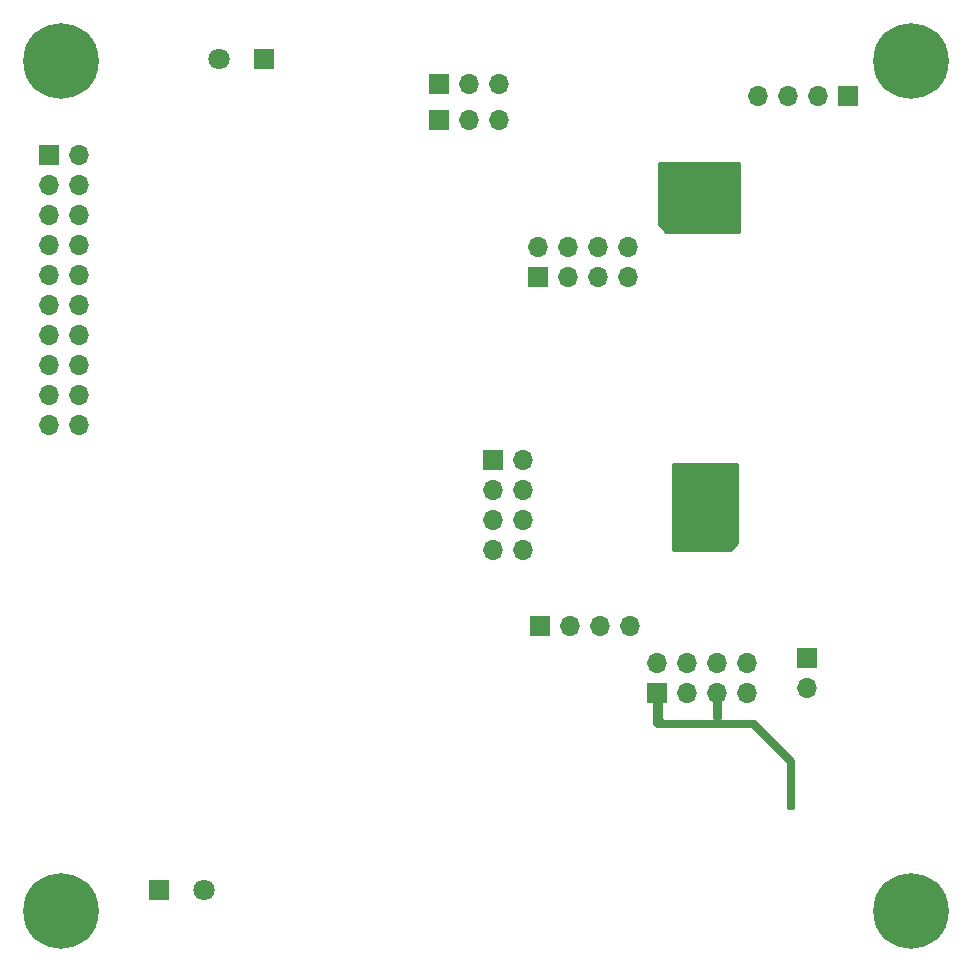
<source format=gbr>
G04 #@! TF.GenerationSoftware,KiCad,Pcbnew,(5.1.12)-1*
G04 #@! TF.CreationDate,2022-01-20T23:42:31+07:00*
G04 #@! TF.ProjectId,Driver_Board,44726976-6572-45f4-926f-6172642e6b69,v.2.0*
G04 #@! TF.SameCoordinates,Original*
G04 #@! TF.FileFunction,Soldermask,Bot*
G04 #@! TF.FilePolarity,Negative*
%FSLAX46Y46*%
G04 Gerber Fmt 4.6, Leading zero omitted, Abs format (unit mm)*
G04 Created by KiCad (PCBNEW (5.1.12)-1) date 2022-01-20 23:42:31*
%MOMM*%
%LPD*%
G01*
G04 APERTURE LIST*
%ADD10O,1.700000X1.700000*%
%ADD11R,1.700000X1.700000*%
%ADD12C,6.400000*%
%ADD13C,0.800000*%
%ADD14C,1.800000*%
%ADD15R,1.800000X1.800000*%
%ADD16C,0.254000*%
%ADD17C,0.100000*%
G04 APERTURE END LIST*
D10*
X172220000Y-111900000D03*
X169680000Y-111900000D03*
X167140000Y-111900000D03*
D11*
X164600000Y-111900000D03*
D12*
X124000000Y-64000000D03*
D13*
X126400000Y-64000000D03*
X125697056Y-65697056D03*
X124000000Y-66400000D03*
X122302944Y-65697056D03*
X121600000Y-64000000D03*
X122302944Y-62302944D03*
X124000000Y-61600000D03*
X125697056Y-62302944D03*
X197697056Y-62302944D03*
X196000000Y-61600000D03*
X194302944Y-62302944D03*
X193600000Y-64000000D03*
X194302944Y-65697056D03*
X196000000Y-66400000D03*
X197697056Y-65697056D03*
X198400000Y-64000000D03*
D12*
X196000000Y-64000000D03*
X196000000Y-136000000D03*
D13*
X198400000Y-136000000D03*
X197697056Y-137697056D03*
X196000000Y-138400000D03*
X194302944Y-137697056D03*
X193600000Y-136000000D03*
X194302944Y-134302944D03*
X196000000Y-133600000D03*
X197697056Y-134302944D03*
X125697056Y-134302944D03*
X124000000Y-133600000D03*
X122302944Y-134302944D03*
X121600000Y-136000000D03*
X122302944Y-137697056D03*
X124000000Y-138400000D03*
X125697056Y-137697056D03*
X126400000Y-136000000D03*
D12*
X124000000Y-136000000D03*
D11*
X123000000Y-72000000D03*
D10*
X125540000Y-72000000D03*
X123000000Y-74540000D03*
X125540000Y-74540000D03*
X123000000Y-77080000D03*
X125540000Y-77080000D03*
X123000000Y-79620000D03*
X125540000Y-79620000D03*
X123000000Y-82160000D03*
X125540000Y-82160000D03*
X123000000Y-84700000D03*
X125540000Y-84700000D03*
X123000000Y-87240000D03*
X125540000Y-87240000D03*
X123000000Y-89780000D03*
X125540000Y-89780000D03*
X123000000Y-92320000D03*
X125540000Y-92320000D03*
X123000000Y-94860000D03*
X125540000Y-94860000D03*
D11*
X187200000Y-114600000D03*
D10*
X187200000Y-117140000D03*
D11*
X156010000Y-66000000D03*
D10*
X158550000Y-66000000D03*
X161090000Y-66000000D03*
X161080000Y-69000000D03*
X158540000Y-69000000D03*
D11*
X156000000Y-69000000D03*
X160560000Y-97820000D03*
D10*
X163100000Y-97820000D03*
X160560000Y-100360000D03*
X163100000Y-100360000D03*
X160560000Y-102900000D03*
X163100000Y-102900000D03*
X160560000Y-105440000D03*
X163100000Y-105440000D03*
D11*
X174500000Y-117500000D03*
D10*
X174500000Y-114960000D03*
X177040000Y-117500000D03*
X177040000Y-114960000D03*
X179580000Y-117500000D03*
X179580000Y-114960000D03*
X182120000Y-117500000D03*
X182120000Y-114960000D03*
X172020000Y-79760000D03*
X172020000Y-82300000D03*
X169480000Y-79760000D03*
X169480000Y-82300000D03*
X166940000Y-79760000D03*
X166940000Y-82300000D03*
X164400000Y-79760000D03*
D11*
X164400000Y-82300000D03*
X190600000Y-67000000D03*
D10*
X188060000Y-67000000D03*
X185520000Y-67000000D03*
X182980000Y-67000000D03*
D14*
X136105000Y-134210000D03*
D15*
X132295000Y-134210000D03*
X141205000Y-63890000D03*
D14*
X137395000Y-63890000D03*
D16*
X174773000Y-119600000D02*
X174775440Y-119624776D01*
X174782667Y-119648601D01*
X174794403Y-119670557D01*
X174810197Y-119689803D01*
X175010197Y-119889803D01*
X175029443Y-119905597D01*
X175051399Y-119917333D01*
X175075224Y-119924560D01*
X175100000Y-119927000D01*
X182647394Y-119927000D01*
X185973000Y-123252606D01*
X185973000Y-127273000D01*
X185527000Y-127273000D01*
X185527000Y-123400000D01*
X185524560Y-123375224D01*
X185517333Y-123351399D01*
X185505597Y-123329443D01*
X185489803Y-123310197D01*
X182589803Y-120410197D01*
X182570557Y-120394403D01*
X182548601Y-120382667D01*
X182524776Y-120375440D01*
X182500000Y-120373000D01*
X174452606Y-120373000D01*
X174227000Y-120147394D01*
X174227000Y-118227000D01*
X174773000Y-118227000D01*
X174773000Y-119600000D01*
D17*
G36*
X174773000Y-119600000D02*
G01*
X174775440Y-119624776D01*
X174782667Y-119648601D01*
X174794403Y-119670557D01*
X174810197Y-119689803D01*
X175010197Y-119889803D01*
X175029443Y-119905597D01*
X175051399Y-119917333D01*
X175075224Y-119924560D01*
X175100000Y-119927000D01*
X182647394Y-119927000D01*
X185973000Y-123252606D01*
X185973000Y-127273000D01*
X185527000Y-127273000D01*
X185527000Y-123400000D01*
X185524560Y-123375224D01*
X185517333Y-123351399D01*
X185505597Y-123329443D01*
X185489803Y-123310197D01*
X182589803Y-120410197D01*
X182570557Y-120394403D01*
X182548601Y-120382667D01*
X182524776Y-120375440D01*
X182500000Y-120373000D01*
X174452606Y-120373000D01*
X174227000Y-120147394D01*
X174227000Y-118227000D01*
X174773000Y-118227000D01*
X174773000Y-119600000D01*
G37*
D16*
X179773000Y-119673000D02*
X179327000Y-119673000D01*
X179327000Y-117927000D01*
X179773000Y-117927000D01*
X179773000Y-119673000D01*
D17*
G36*
X179773000Y-119673000D02*
G01*
X179327000Y-119673000D01*
X179327000Y-117927000D01*
X179773000Y-117927000D01*
X179773000Y-119673000D01*
G37*
D16*
X181273000Y-104847394D02*
X180647394Y-105473000D01*
X175827000Y-105473000D01*
X175827000Y-98127000D01*
X181273000Y-98127000D01*
X181273000Y-104847394D01*
D17*
G36*
X181273000Y-104847394D02*
G01*
X180647394Y-105473000D01*
X175827000Y-105473000D01*
X175827000Y-98127000D01*
X181273000Y-98127000D01*
X181273000Y-104847394D01*
G37*
D16*
X181373000Y-78473000D02*
X175252606Y-78473000D01*
X174627000Y-77847394D01*
X174627000Y-72627000D01*
X181373000Y-72627000D01*
X181373000Y-78473000D01*
D17*
G36*
X181373000Y-78473000D02*
G01*
X175252606Y-78473000D01*
X174627000Y-77847394D01*
X174627000Y-72627000D01*
X181373000Y-72627000D01*
X181373000Y-78473000D01*
G37*
M02*

</source>
